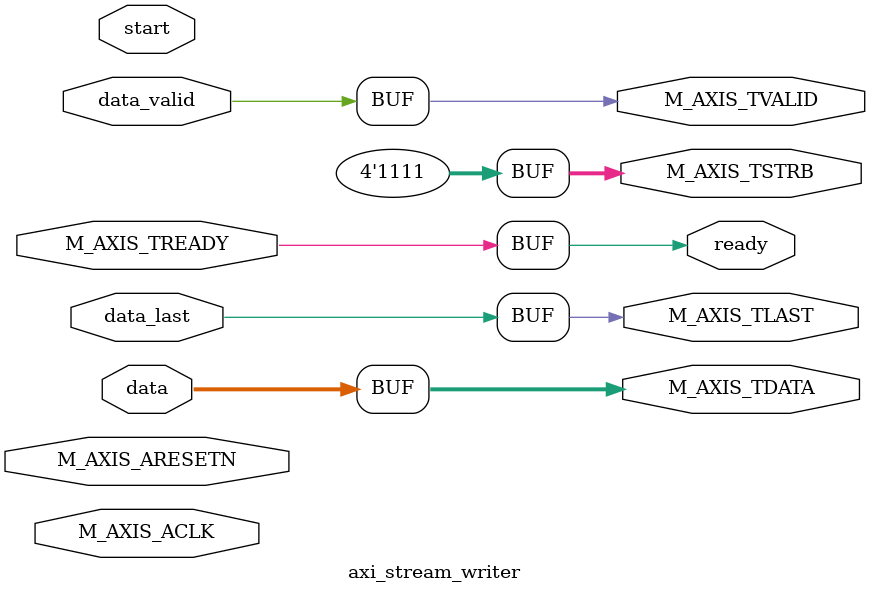
<source format=v>
/*
 * StreamIF - AXI4 Memory Mapped to AXI4 Stream Interface Library
 * Copyright (C) 2017 Taner Guven <tanerguven@gmail.com>
 *
 * This library is free software; you can redistribute it and/or
 * modify it under the terms of the GNU Lesser General Public
 * License as published by the Free Software Foundation; either
 * version 2.1 of the License, or (at your option) any later version.
 *
 * This library is distributed in the hope that it will be useful,
 * but WITHOUT ANY WARRANTY; without even the implied warranty of
 * MERCHANTABILITY or FITNESS FOR A PARTICULAR PURPOSE.  See the GNU
 * Lesser General Public License for more details.
 *
 * You should have received a copy of GNU Lesser General Public License
 * along with this library. If not, see <http://www.gnu.org/licenses/>.
 */
`timescale 1 ns / 1 ps

module axi_stream_writer #
  (
   parameter integer C_M_AXIS_TDATA_WIDTH = 32
   )
  (
   input wire                                   start, // FIXME: sil
   input wire [C_M_AXIS_TDATA_WIDTH-1:0]        data,
   input wire                                   data_valid,
   input wire                                   data_last,
   output wire                                  ready,
   /* axi4-stream ports */
   input wire                                   M_AXIS_ACLK,
   input wire                                   M_AXIS_ARESETN,
   output wire                                  M_AXIS_TVALID,
   output wire [C_M_AXIS_TDATA_WIDTH-1 : 0]     M_AXIS_TDATA,
   output wire [(C_M_AXIS_TDATA_WIDTH/8)-1 : 0] M_AXIS_TSTRB,
   output wire                                  M_AXIS_TLAST,
   input wire                                   M_AXIS_TREADY
   );


  /* I/O connections */
  assign M_AXIS_TVALID = data_valid;
  assign M_AXIS_TDATA = data;
  assign M_AXIS_TLAST = data_last;
  assign M_AXIS_TSTRB = {(C_M_AXIS_TDATA_WIDTH/8){1'b1}};

  assign ready = M_AXIS_TREADY;

endmodule

</source>
